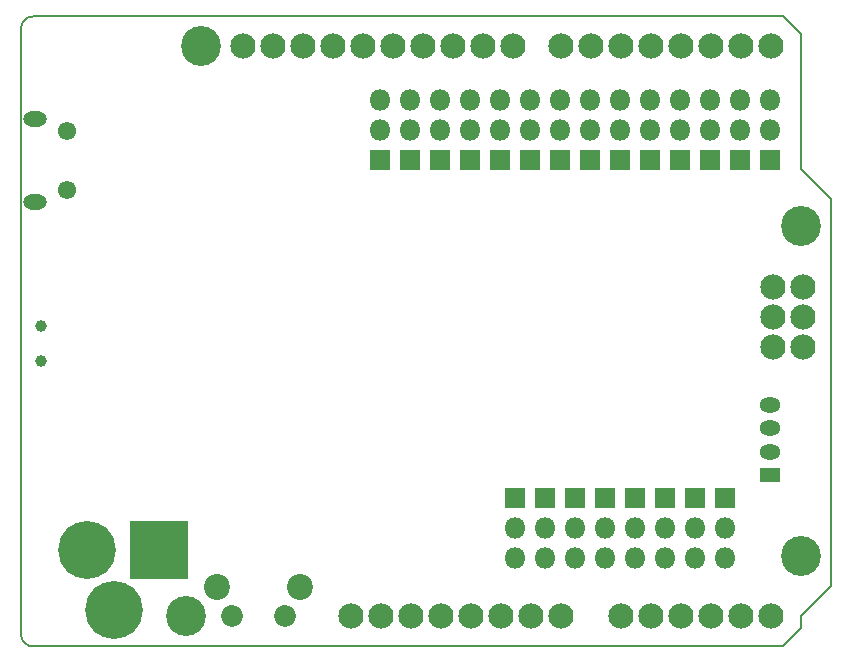
<source format=gbr>
%TF.GenerationSoftware,KiCad,Pcbnew,4.0.7*%
%TF.CreationDate,2018-06-08T10:12:50+02:00*%
%TF.ProjectId,Grape,47726170652E6B696361645F70636200,rev?*%
%TF.FileFunction,Soldermask,Bot*%
%FSLAX46Y46*%
G04 Gerber Fmt 4.6, Leading zero omitted, Abs format (unit mm)*
G04 Created by KiCad (PCBNEW 4.0.7) date 06/08/18 10:12:50*
%MOMM*%
%LPD*%
G01*
G04 APERTURE LIST*
%ADD10C,0.150000*%
%ADD11C,0.127000*%
%ADD12C,2.133600*%
%ADD13C,3.378200*%
%ADD14C,4.900000*%
%ADD15R,4.900000X4.900000*%
%ADD16R,1.800000X1.800000*%
%ADD17O,1.800000X1.800000*%
%ADD18R,1.800000X1.300000*%
%ADD19O,1.800000X1.300000*%
%ADD20C,2.200000*%
%ADD21C,1.850000*%
%ADD22C,1.000000*%
%ADD23C,1.550000*%
%ADD24O,2.000000X1.300000*%
G04 APERTURE END LIST*
D10*
D11*
X176276000Y-114300000D02*
X112776000Y-114300000D01*
X177800000Y-112776000D02*
X177800000Y-111760000D01*
X177800000Y-112776000D02*
X176276000Y-114300000D01*
X176276000Y-60960000D02*
X112776000Y-60960000D01*
X111760000Y-61976000D02*
X111760000Y-113284000D01*
X111760000Y-113284000D02*
G75*
G03X112776000Y-114300000I1016000J0D01*
G01*
X112776000Y-60960000D02*
G75*
G03X111760000Y-61976000I0J-1016000D01*
G01*
X180340000Y-109220000D02*
X177800000Y-111760000D01*
X180340000Y-76454000D02*
X180340000Y-109220000D01*
X177800000Y-73914000D02*
X180340000Y-76454000D01*
X177800000Y-62484000D02*
X177800000Y-73914000D01*
X176276000Y-60960000D02*
X177800000Y-62484000D01*
D12*
X147320000Y-111760000D03*
X149860000Y-111760000D03*
X162560000Y-111760000D03*
X165100000Y-111760000D03*
X167640000Y-111760000D03*
X170180000Y-111760000D03*
X172720000Y-111760000D03*
X175260000Y-111760000D03*
X135636000Y-63500000D03*
X175260000Y-63500000D03*
X172720000Y-63500000D03*
X170180000Y-63500000D03*
X167640000Y-63500000D03*
X165100000Y-63500000D03*
X162560000Y-63500000D03*
X160020000Y-63500000D03*
X157480000Y-63500000D03*
X153416000Y-63500000D03*
X150876000Y-63500000D03*
X148336000Y-63500000D03*
X145796000Y-63500000D03*
X143256000Y-63500000D03*
X140716000Y-63500000D03*
X152400000Y-111760000D03*
X154940000Y-111760000D03*
X138176000Y-63500000D03*
X177939700Y-88948260D03*
X142240000Y-111760000D03*
X175399700Y-83870800D03*
X177939700Y-86410800D03*
X139700000Y-111760000D03*
X144780000Y-111760000D03*
X175399700Y-88948260D03*
X175399700Y-86410800D03*
X130556000Y-63500000D03*
X133096000Y-63500000D03*
X177939700Y-83870800D03*
X157480000Y-111760000D03*
D13*
X127000000Y-63500000D03*
X177800000Y-78740000D03*
X177800000Y-106680000D03*
X125730000Y-111760000D03*
D14*
X117344000Y-106172000D03*
D15*
X123444000Y-106172000D03*
D14*
X119634000Y-111252000D03*
D16*
X175133000Y-73152000D03*
D17*
X175133000Y-70612000D03*
X175133000Y-68072000D03*
D16*
X162433000Y-73152000D03*
D17*
X162433000Y-70612000D03*
X162433000Y-68072000D03*
D16*
X149733000Y-73152000D03*
D17*
X149733000Y-70612000D03*
X149733000Y-68072000D03*
D16*
X153543000Y-101727000D03*
D17*
X153543000Y-104267000D03*
X153543000Y-106807000D03*
D16*
X171323000Y-101727000D03*
D17*
X171323000Y-104267000D03*
X171323000Y-106807000D03*
D16*
X172593000Y-73152000D03*
D17*
X172593000Y-70612000D03*
X172593000Y-68072000D03*
D16*
X159893000Y-73152000D03*
D17*
X159893000Y-70612000D03*
X159893000Y-68072000D03*
D16*
X147193000Y-73152000D03*
D17*
X147193000Y-70612000D03*
X147193000Y-68072000D03*
D16*
X156083000Y-101727000D03*
D17*
X156083000Y-104267000D03*
X156083000Y-106807000D03*
D16*
X168783000Y-101727000D03*
D17*
X168783000Y-104267000D03*
X168783000Y-106807000D03*
D16*
X170053000Y-73152000D03*
D17*
X170053000Y-70612000D03*
X170053000Y-68072000D03*
D16*
X157353000Y-73152000D03*
D17*
X157353000Y-70612000D03*
X157353000Y-68072000D03*
D16*
X144653000Y-73152000D03*
D17*
X144653000Y-70612000D03*
X144653000Y-68072000D03*
D16*
X158623000Y-101727000D03*
D17*
X158623000Y-104267000D03*
X158623000Y-106807000D03*
D16*
X167513000Y-73152000D03*
D17*
X167513000Y-70612000D03*
X167513000Y-68072000D03*
D16*
X154813000Y-73152000D03*
D17*
X154813000Y-70612000D03*
X154813000Y-68072000D03*
D16*
X142113000Y-73152000D03*
D17*
X142113000Y-70612000D03*
X142113000Y-68072000D03*
D16*
X161163000Y-101727000D03*
D17*
X161163000Y-104267000D03*
X161163000Y-106807000D03*
D16*
X164973000Y-73152000D03*
D17*
X164973000Y-70612000D03*
X164973000Y-68072000D03*
D16*
X152273000Y-73152000D03*
D17*
X152273000Y-70612000D03*
X152273000Y-68072000D03*
D16*
X163703000Y-101727000D03*
D17*
X163703000Y-104267000D03*
X163703000Y-106807000D03*
D16*
X166243000Y-101727000D03*
D17*
X166243000Y-104267000D03*
X166243000Y-106807000D03*
D18*
X175133000Y-99822000D03*
D19*
X175133000Y-97822000D03*
X175133000Y-95822000D03*
X175133000Y-93822000D03*
D20*
X128352000Y-109270000D03*
D21*
X129612000Y-111760000D03*
X134112000Y-111760000D03*
D20*
X135362000Y-109270000D03*
D22*
X113462000Y-87146000D03*
X113462000Y-90146000D03*
D23*
X115634000Y-70652000D03*
X115634000Y-75652000D03*
D24*
X112934000Y-69652000D03*
X112934000Y-76652000D03*
M02*

</source>
